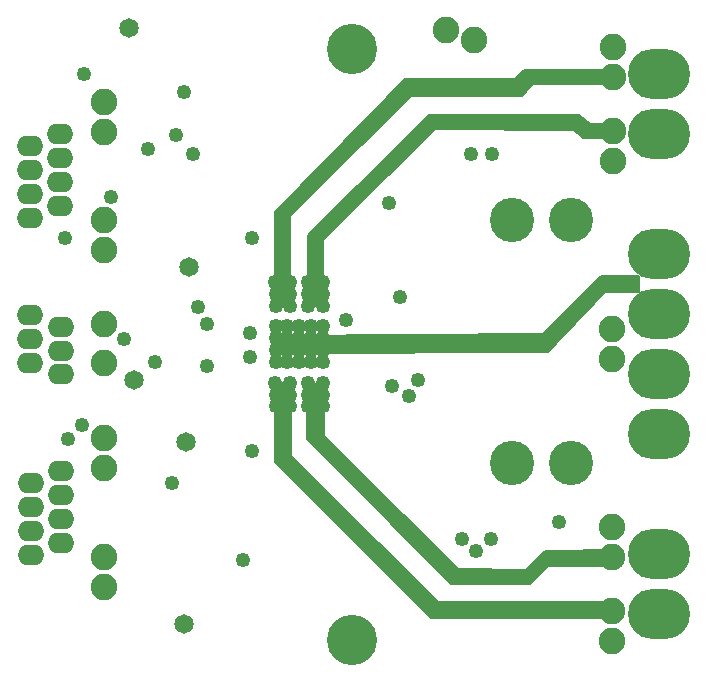
<source format=gbr>
G04 #@! TF.GenerationSoftware,KiCad,Pcbnew,5.0.0-fee4fd1~66~ubuntu16.04.1*
G04 #@! TF.CreationDate,2018-10-25T21:56:12-03:00*
G04 #@! TF.ProjectId,pap,7061702E6B696361645F706362000000,1.0*
G04 #@! TF.SameCoordinates,Original*
G04 #@! TF.FileFunction,Soldermask,Top*
G04 #@! TF.FilePolarity,Negative*
%FSLAX46Y46*%
G04 Gerber Fmt 4.6, Leading zero omitted, Abs format (unit mm)*
G04 Created by KiCad (PCBNEW 5.0.0-fee4fd1~66~ubuntu16.04.1) date Thu Oct 25 21:56:12 2018*
%MOMM*%
%LPD*%
G01*
G04 APERTURE LIST*
%ADD10C,0.150000*%
%ADD11C,2.250000*%
%ADD12O,5.250000X4.250000*%
%ADD13C,4.250000*%
%ADD14O,2.250000X1.750000*%
%ADD15C,3.750000*%
%ADD16C,1.250000*%
%ADD17C,1.650000*%
G04 APERTURE END LIST*
D10*
G36*
X115930310Y-109149079D02*
X117230310Y-109149079D01*
X117230310Y-106949079D01*
X117230310Y-106849079D01*
X117230310Y-101649079D01*
X127430310Y-91449079D01*
X136830310Y-91449079D01*
X137830310Y-90449079D01*
X145430310Y-90449079D01*
X145430310Y-89249079D01*
X137030310Y-89249079D01*
X136230310Y-90049079D01*
X126930310Y-90049079D01*
X115930310Y-101249079D01*
X115930310Y-109149079D01*
G37*
X115930310Y-109149079D02*
X117230310Y-109149079D01*
X117230310Y-106949079D01*
X117230310Y-106849079D01*
X117230310Y-101649079D01*
X127430310Y-91449079D01*
X136830310Y-91449079D01*
X137830310Y-90449079D01*
X145430310Y-90449079D01*
X145430310Y-89249079D01*
X137030310Y-89249079D01*
X136230310Y-90049079D01*
X126930310Y-90049079D01*
X115930310Y-101249079D01*
X115930310Y-109149079D01*
G36*
X116330310Y-111749079D02*
X116330310Y-113249079D01*
X139030310Y-113149079D01*
X143930310Y-108049079D01*
X146730310Y-108049079D01*
X146730310Y-106749079D01*
X143530310Y-106749079D01*
X138630310Y-111649079D01*
X116330310Y-111749079D01*
G37*
X116330310Y-111749079D02*
X116330310Y-113249079D01*
X139030310Y-113149079D01*
X143930310Y-108049079D01*
X146730310Y-108049079D01*
X146730310Y-106749079D01*
X143530310Y-106749079D01*
X138630310Y-111649079D01*
X116330310Y-111749079D01*
G36*
X118630310Y-115749079D02*
X118630310Y-117949079D01*
X118630310Y-118349079D01*
X118630310Y-120549079D01*
X130830310Y-132749079D01*
X137580310Y-132749079D01*
X139080310Y-131249079D01*
X145230310Y-131249079D01*
X145230310Y-129949079D01*
X138830310Y-129999079D01*
X137230310Y-131599079D01*
X131430310Y-131549079D01*
X120130310Y-120249079D01*
X120130310Y-118249079D01*
X120130310Y-117949079D01*
X120130310Y-115849079D01*
X118630310Y-115749079D01*
G37*
X118630310Y-115749079D02*
X118630310Y-117949079D01*
X118630310Y-118349079D01*
X118630310Y-120549079D01*
X130830310Y-132749079D01*
X137580310Y-132749079D01*
X139080310Y-131249079D01*
X145230310Y-131249079D01*
X145230310Y-129949079D01*
X138830310Y-129999079D01*
X137230310Y-131599079D01*
X131430310Y-131549079D01*
X120130310Y-120249079D01*
X120130310Y-118249079D01*
X120130310Y-117949079D01*
X120130310Y-115849079D01*
X118630310Y-115749079D01*
G36*
X115930310Y-115749079D02*
X115930310Y-117949079D01*
X115930310Y-118249079D01*
X115930310Y-122449079D01*
X129130310Y-135649079D01*
X145130310Y-135649079D01*
X145130310Y-134349079D01*
X129730310Y-134349079D01*
X117330310Y-121949079D01*
X117330310Y-118349079D01*
X117330310Y-118249079D01*
X117330310Y-117949079D01*
X117330310Y-115849079D01*
X115930310Y-115749079D01*
G37*
X115930310Y-115749079D02*
X115930310Y-117949079D01*
X115930310Y-118249079D01*
X115930310Y-122449079D01*
X129130310Y-135649079D01*
X145130310Y-135649079D01*
X145130310Y-134349079D01*
X129730310Y-134349079D01*
X117330310Y-121949079D01*
X117330310Y-118349079D01*
X117330310Y-118249079D01*
X117330310Y-117949079D01*
X117330310Y-115849079D01*
X115930310Y-115749079D01*
G36*
X118730310Y-109249079D02*
X118730310Y-106849079D01*
X118730310Y-106549079D01*
X118730310Y-103249079D01*
X129030310Y-93049079D01*
X141730310Y-93049079D01*
X142630310Y-93849079D01*
X145230310Y-93849079D01*
X145230310Y-95049079D01*
X142030310Y-95049079D01*
X141230310Y-94349079D01*
X129530310Y-94249079D01*
X120030310Y-103649079D01*
X120030310Y-106449079D01*
X120030310Y-106849079D01*
X120030310Y-109249079D01*
X118730310Y-109249079D01*
G37*
X118730310Y-109249079D02*
X118730310Y-106849079D01*
X118730310Y-106549079D01*
X118730310Y-103249079D01*
X129030310Y-93049079D01*
X141730310Y-93049079D01*
X142630310Y-93849079D01*
X145230310Y-93849079D01*
X145230310Y-95049079D01*
X142030310Y-95049079D01*
X141230310Y-94349079D01*
X129530310Y-94249079D01*
X120030310Y-103649079D01*
X120030310Y-106449079D01*
X120030310Y-106849079D01*
X120030310Y-109249079D01*
X118730310Y-109249079D01*
D11*
G04 #@! TO.C,D9*
X101500000Y-110810000D03*
X101500000Y-114110000D03*
G04 #@! TD*
G04 #@! TO.C,D6*
X101500000Y-123000000D03*
X101500000Y-120460000D03*
G04 #@! TD*
G04 #@! TO.C,D5*
X101500000Y-104500000D03*
X101500000Y-101960000D03*
G04 #@! TD*
G04 #@! TO.C,D13*
X101500000Y-94500000D03*
X101500000Y-91960000D03*
G04 #@! TD*
G04 #@! TO.C,D4*
X101500000Y-133040000D03*
X101500000Y-130500000D03*
G04 #@! TD*
G04 #@! TO.C,D7*
X144500000Y-137640000D03*
X144500000Y-135100000D03*
G04 #@! TD*
G04 #@! TO.C,D10*
X144600000Y-89840000D03*
X144600000Y-87300000D03*
G04 #@! TD*
G04 #@! TO.C,D8*
X144500000Y-130500000D03*
X144500000Y-127960000D03*
G04 #@! TD*
G04 #@! TO.C,D11*
X144600000Y-97000000D03*
X144600000Y-94460000D03*
G04 #@! TD*
G04 #@! TO.C,D14*
X144500000Y-113749079D03*
X144500000Y-111209079D03*
G04 #@! TD*
G04 #@! TO.C,C3*
X132779542Y-86704129D03*
X130430310Y-85849079D03*
G04 #@! TD*
D12*
G04 #@! TO.C,J53*
X148500000Y-89640000D03*
X148500000Y-94720000D03*
G04 #@! TD*
D13*
G04 #@! TO.C,MH101*
X122500000Y-137500000D03*
G04 #@! TD*
G04 #@! TO.C,MH102*
X122500000Y-87500000D03*
G04 #@! TD*
D14*
G04 #@! TO.C,J56*
X95250000Y-114038000D03*
X97794660Y-115045460D03*
X97794660Y-113016000D03*
X95250000Y-112000000D03*
X97794660Y-110986540D03*
X95250000Y-109970540D03*
G04 #@! TD*
G04 #@! TO.C,J55*
X95220000Y-99770540D03*
X95220000Y-101800000D03*
X97764660Y-100786540D03*
X97764660Y-98757080D03*
X95220000Y-97741080D03*
X97764660Y-96727620D03*
X95220000Y-95711620D03*
X97764660Y-94698160D03*
G04 #@! TD*
D12*
G04 #@! TO.C,J52*
X148500000Y-130280000D03*
X148500000Y-135360000D03*
G04 #@! TD*
D15*
G04 #@! TO.C,C51*
X136000000Y-122500000D03*
X141000000Y-122500000D03*
G04 #@! TD*
G04 #@! TO.C,C52*
X136000000Y-102000000D03*
X141000000Y-102000000D03*
G04 #@! TD*
D12*
G04 #@! TO.C,J51*
X148500000Y-104880000D03*
X148500000Y-109960000D03*
X148500000Y-115040000D03*
X148500000Y-120120000D03*
G04 #@! TD*
D14*
G04 #@! TO.C,J54*
X95255340Y-128272380D03*
X95255340Y-130301840D03*
X97800000Y-129288380D03*
X97800000Y-127258920D03*
X95255340Y-126242920D03*
X97800000Y-125229460D03*
X95255340Y-124213460D03*
X97800000Y-123200000D03*
G04 #@! TD*
D16*
X99800000Y-89600000D03*
X118775000Y-109225000D03*
X120025000Y-109225000D03*
X120025000Y-107250000D03*
X118775000Y-108225000D03*
X118750000Y-107250000D03*
X120025000Y-108225000D03*
X115975000Y-107250000D03*
X116000000Y-108225000D03*
X117250000Y-109225000D03*
X117250000Y-107250000D03*
X116000000Y-109225000D03*
X117250000Y-108225000D03*
X118725000Y-115775000D03*
X120000000Y-117750000D03*
X120000000Y-115775000D03*
X118750000Y-116750000D03*
X120000000Y-116750000D03*
X118750000Y-117750000D03*
X116000000Y-116750000D03*
X117250000Y-115775000D03*
X116000000Y-117750000D03*
X117250000Y-117750000D03*
X115975000Y-115775000D03*
X117250000Y-116750000D03*
X98430310Y-120549079D03*
X107600000Y-94800000D03*
X110230310Y-114349079D03*
X99630310Y-119349079D03*
X98130310Y-103449079D03*
X105830310Y-113949079D03*
X132530310Y-96349079D03*
X122000000Y-110400000D03*
X116000000Y-110975000D03*
X117000000Y-110975000D03*
X118000000Y-110975000D03*
X119000000Y-110975000D03*
X120000000Y-110975000D03*
X116000000Y-111975000D03*
X117000000Y-111975000D03*
X118000000Y-111975000D03*
X119000000Y-111975000D03*
X116000000Y-112975000D03*
X117000000Y-112975000D03*
X118000000Y-112975000D03*
X119000000Y-112975000D03*
X120000000Y-112975000D03*
X116000000Y-113975000D03*
X117000000Y-113975000D03*
X118000000Y-113975000D03*
X119000000Y-113975000D03*
X120000000Y-113975000D03*
X120000000Y-111975000D03*
X140000000Y-127500000D03*
X125580310Y-100499079D03*
X109430310Y-109349079D03*
X131800000Y-129000000D03*
X109000000Y-96400000D03*
X125830310Y-116049079D03*
X113230310Y-130749058D03*
X133000000Y-130000000D03*
X127330310Y-116849079D03*
X108230310Y-91149079D03*
X110230310Y-110749079D03*
D17*
X108630310Y-105949079D03*
X108400000Y-120800000D03*
X108230310Y-136149079D03*
D16*
X107200000Y-124200000D03*
X105230310Y-95949079D03*
X126500000Y-108500000D03*
X134330310Y-96349079D03*
X114000000Y-103500000D03*
X113830310Y-111549079D03*
X114000000Y-121500000D03*
X113830310Y-113549079D03*
X102030310Y-100049079D03*
X103130310Y-112049079D03*
D17*
X104030310Y-115549079D03*
X103630310Y-85749079D03*
D16*
X134200000Y-129000000D03*
X128030310Y-115549079D03*
M02*

</source>
